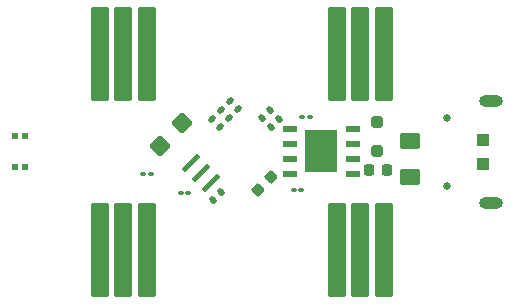
<source format=gbr>
%TF.GenerationSoftware,KiCad,Pcbnew,7.0.6*%
%TF.CreationDate,2023-08-14T23:22:26-07:00*%
%TF.ProjectId,GCP-2,4743502d-322e-46b6-9963-61645f706362,rev?*%
%TF.SameCoordinates,Original*%
%TF.FileFunction,Soldermask,Bot*%
%TF.FilePolarity,Negative*%
%FSLAX46Y46*%
G04 Gerber Fmt 4.6, Leading zero omitted, Abs format (unit mm)*
G04 Created by KiCad (PCBNEW 7.0.6) date 2023-08-14 23:22:26*
%MOMM*%
%LPD*%
G01*
G04 APERTURE LIST*
G04 Aperture macros list*
%AMRoundRect*
0 Rectangle with rounded corners*
0 $1 Rounding radius*
0 $2 $3 $4 $5 $6 $7 $8 $9 X,Y pos of 4 corners*
0 Add a 4 corners polygon primitive as box body*
4,1,4,$2,$3,$4,$5,$6,$7,$8,$9,$2,$3,0*
0 Add four circle primitives for the rounded corners*
1,1,$1+$1,$2,$3*
1,1,$1+$1,$4,$5*
1,1,$1+$1,$6,$7*
1,1,$1+$1,$8,$9*
0 Add four rect primitives between the rounded corners*
20,1,$1+$1,$2,$3,$4,$5,0*
20,1,$1+$1,$4,$5,$6,$7,0*
20,1,$1+$1,$6,$7,$8,$9,0*
20,1,$1+$1,$8,$9,$2,$3,0*%
%AMRotRect*
0 Rectangle, with rotation*
0 The origin of the aperture is its center*
0 $1 length*
0 $2 width*
0 $3 Rotation angle, in degrees counterclockwise*
0 Add horizontal line*
21,1,$1,$2,0,0,$3*%
G04 Aperture macros list end*
%ADD10R,1.000000X1.000000*%
%ADD11R,0.500000X0.550000*%
%ADD12C,0.650000*%
%ADD13O,2.000000X1.000000*%
%ADD14RoundRect,0.150000X-0.600000X-3.850000X0.600000X-3.850000X0.600000X3.850000X-0.600000X3.850000X0*%
%ADD15RoundRect,0.150000X0.600000X3.850000X-0.600000X3.850000X-0.600000X-3.850000X0.600000X-3.850000X0*%
%ADD16RoundRect,0.225000X-0.017678X0.335876X-0.335876X0.017678X0.017678X-0.335876X0.335876X-0.017678X0*%
%ADD17RoundRect,0.140000X0.021213X-0.219203X0.219203X-0.021213X-0.021213X0.219203X-0.219203X0.021213X0*%
%ADD18RotRect,0.400000X1.900000X135.000000*%
%ADD19RoundRect,0.225000X0.225000X0.250000X-0.225000X0.250000X-0.225000X-0.250000X0.225000X-0.250000X0*%
%ADD20RoundRect,0.140000X-0.021213X0.219203X-0.219203X0.021213X0.021213X-0.219203X0.219203X-0.021213X0*%
%ADD21R,1.200000X0.550000*%
%ADD22R,2.800000X3.600000*%
%ADD23RoundRect,0.100000X0.130000X0.100000X-0.130000X0.100000X-0.130000X-0.100000X0.130000X-0.100000X0*%
%ADD24RoundRect,0.140000X-0.219203X-0.021213X-0.021213X-0.219203X0.219203X0.021213X0.021213X0.219203X0*%
%ADD25RoundRect,0.250000X0.250000X-0.250000X0.250000X0.250000X-0.250000X0.250000X-0.250000X-0.250000X0*%
%ADD26RoundRect,0.250000X0.017678X0.618718X-0.618718X-0.017678X-0.017678X-0.618718X0.618718X0.017678X0*%
%ADD27RoundRect,0.100000X-0.130000X-0.100000X0.130000X-0.100000X0.130000X0.100000X-0.130000X0.100000X0*%
%ADD28RoundRect,0.250001X-0.624999X0.462499X-0.624999X-0.462499X0.624999X-0.462499X0.624999X0.462499X0*%
%ADD29RoundRect,0.140000X0.219203X0.021213X0.021213X0.219203X-0.219203X-0.021213X-0.021213X-0.219203X0*%
G04 APERTURE END LIST*
D10*
%TO.C,TP5*%
X220070958Y-147828471D03*
%TD*%
%TO.C,TP4*%
X220071902Y-145800377D03*
%TD*%
D11*
%TO.C,SW2*%
X181248000Y-148137000D03*
X180448000Y-148137000D03*
X181248000Y-145487000D03*
X180448000Y-145487000D03*
%TD*%
D12*
%TO.C,J1*%
X217026187Y-149720946D03*
X217026187Y-143940946D03*
D13*
X220706187Y-151150946D03*
X220706187Y-142510946D03*
%TD*%
D14*
%TO.C,J2*%
X191586408Y-138544241D03*
X189586408Y-138544241D03*
X187586408Y-138544241D03*
%TD*%
D15*
%TO.C,J5*%
X187586408Y-155180241D03*
X189586408Y-155180241D03*
X191586408Y-155180241D03*
%TD*%
D14*
%TO.C,J3*%
X211652408Y-138544241D03*
X209652408Y-138544241D03*
X207652408Y-138544241D03*
%TD*%
D15*
%TO.C,J4*%
X207652408Y-155180241D03*
X209652408Y-155180241D03*
X211652408Y-155180241D03*
%TD*%
D16*
%TO.C,C2*%
X202070967Y-148999643D03*
X200974951Y-150095659D03*
%TD*%
D17*
%TO.C,C8*%
X201314831Y-143943244D03*
X201993653Y-143264422D03*
%TD*%
D18*
%TO.C,Y1*%
X197038936Y-149488769D03*
X196190408Y-148640241D03*
X195341880Y-147791713D03*
%TD*%
D19*
%TO.C,C3*%
X211958832Y-148360912D03*
X210408832Y-148360912D03*
%TD*%
D20*
%TO.C,C6*%
X202755653Y-144026422D03*
X202076831Y-144705244D03*
%TD*%
D21*
%TO.C,U3*%
X203675408Y-148679921D03*
X203675408Y-147409921D03*
X203675408Y-146139921D03*
X203675408Y-144869921D03*
X209025408Y-144869921D03*
X209025408Y-146139921D03*
X209025408Y-147409921D03*
X209025408Y-148679921D03*
D22*
X206350408Y-146774921D03*
%TD*%
D23*
%TO.C,R11*%
X205393417Y-143889318D03*
X204753417Y-143889318D03*
%TD*%
D24*
%TO.C,C5*%
X198615858Y-142499031D03*
X199294680Y-143177853D03*
%TD*%
D25*
%TO.C,D1*%
X211068550Y-146770773D03*
X211068550Y-144270773D03*
%TD*%
D26*
%TO.C,C1*%
X194605002Y-144383647D03*
X192695814Y-146292835D03*
%TD*%
D27*
%TO.C,R13*%
X194455029Y-150319832D03*
X195095029Y-150319832D03*
%TD*%
D23*
%TO.C,R12*%
X204684485Y-150045611D03*
X204044485Y-150045611D03*
%TD*%
%TO.C,R10*%
X191908725Y-148694060D03*
X191268725Y-148694060D03*
%TD*%
D24*
%TO.C,C4*%
X197091858Y-144023031D03*
X197770680Y-144701853D03*
%TD*%
D17*
%TO.C,C9*%
X197206408Y-150926241D03*
X197885230Y-150247419D03*
%TD*%
D28*
%TO.C,F1*%
X213908688Y-145951152D03*
X213908688Y-148926152D03*
%TD*%
D29*
%TO.C,C7*%
X198532680Y-143939853D03*
X197853858Y-143261031D03*
%TD*%
M02*

</source>
